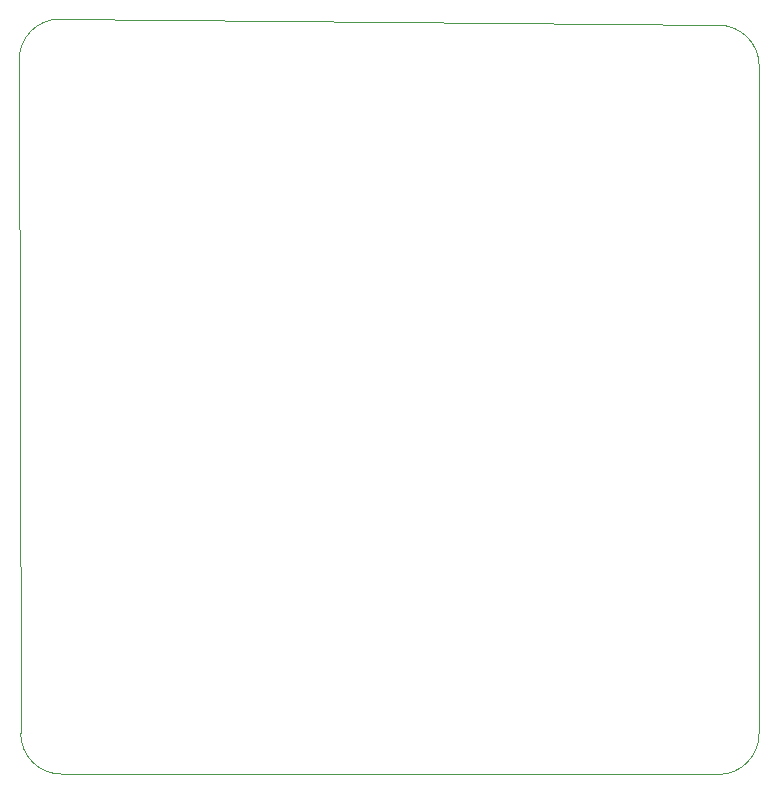
<source format=gm1>
G04 #@! TF.GenerationSoftware,KiCad,Pcbnew,(6.0.10)*
G04 #@! TF.CreationDate,2023-06-06T06:07:39+02:00*
G04 #@! TF.ProjectId,RECOLOCADOR_ESP32_DEV_KIT_V1_VERSIONFINAL,5245434f-4c4f-4434-9144-4f525f455350,FINAL*
G04 #@! TF.SameCoordinates,Original*
G04 #@! TF.FileFunction,Profile,NP*
%FSLAX46Y46*%
G04 Gerber Fmt 4.6, Leading zero omitted, Abs format (unit mm)*
G04 Created by KiCad (PCBNEW (6.0.10)) date 2023-06-06 06:07:39*
%MOMM*%
%LPD*%
G01*
G04 APERTURE LIST*
G04 #@! TA.AperFunction,Profile*
%ADD10C,0.100000*%
G04 #@! TD*
G04 APERTURE END LIST*
D10*
X191542611Y-133528374D02*
G75*
G03*
X194992611Y-130027968I-11J3450374D01*
G01*
X191542611Y-133528330D02*
X135972032Y-133492611D01*
X132471626Y-130042611D02*
G75*
G03*
X135972032Y-133492611I3450374J11D01*
G01*
X135792611Y-69568330D02*
X191500000Y-70085000D01*
X195000362Y-73535000D02*
X194992611Y-130027968D01*
X132471670Y-130042611D02*
X132342611Y-73068692D01*
X195000362Y-73535000D02*
G75*
G03*
X191500000Y-70085000I-3450362J0D01*
G01*
X135792611Y-69568349D02*
G75*
G03*
X132342611Y-73068692I-11J-3450351D01*
G01*
M02*

</source>
